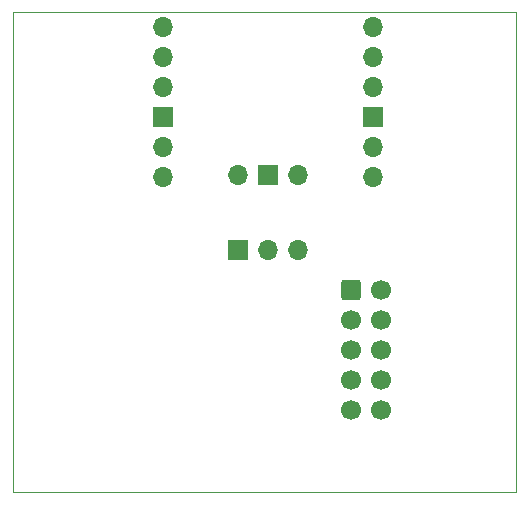
<source format=gbr>
%TF.GenerationSoftware,KiCad,Pcbnew,(6.0.8)*%
%TF.CreationDate,2022-10-05T13:18:44+02:00*%
%TF.ProjectId,Pico_Interface,5069636f-5f49-46e7-9465-72666163652e,rev?*%
%TF.SameCoordinates,Original*%
%TF.FileFunction,Soldermask,Bot*%
%TF.FilePolarity,Negative*%
%FSLAX46Y46*%
G04 Gerber Fmt 4.6, Leading zero omitted, Abs format (unit mm)*
G04 Created by KiCad (PCBNEW (6.0.8)) date 2022-10-05 13:18:44*
%MOMM*%
%LPD*%
G01*
G04 APERTURE LIST*
G04 Aperture macros list*
%AMRoundRect*
0 Rectangle with rounded corners*
0 $1 Rounding radius*
0 $2 $3 $4 $5 $6 $7 $8 $9 X,Y pos of 4 corners*
0 Add a 4 corners polygon primitive as box body*
4,1,4,$2,$3,$4,$5,$6,$7,$8,$9,$2,$3,0*
0 Add four circle primitives for the rounded corners*
1,1,$1+$1,$2,$3*
1,1,$1+$1,$4,$5*
1,1,$1+$1,$6,$7*
1,1,$1+$1,$8,$9*
0 Add four rect primitives between the rounded corners*
20,1,$1+$1,$2,$3,$4,$5,0*
20,1,$1+$1,$4,$5,$6,$7,0*
20,1,$1+$1,$6,$7,$8,$9,0*
20,1,$1+$1,$8,$9,$2,$3,0*%
G04 Aperture macros list end*
%TA.AperFunction,Profile*%
%ADD10C,0.100000*%
%TD*%
%ADD11O,1.700000X1.700000*%
%ADD12R,1.700000X1.700000*%
%ADD13C,1.700000*%
%ADD14RoundRect,0.250000X-0.600000X-0.600000X0.600000X-0.600000X0.600000X0.600000X-0.600000X0.600000X0*%
G04 APERTURE END LIST*
D10*
X85090000Y-106680000D02*
X127635000Y-106680000D01*
X127635000Y-106680000D02*
X127635000Y-147320000D01*
X127635000Y-147320000D02*
X85090000Y-147320000D01*
X85090000Y-147320000D02*
X85090000Y-106680000D01*
D11*
%TO.C,U1*%
X97790000Y-107950000D03*
X97790000Y-110490000D03*
X97790000Y-113030000D03*
D12*
X97790000Y-115570000D03*
D11*
X97790000Y-118110000D03*
X97790000Y-120650000D03*
X115570000Y-120650000D03*
X115570000Y-118110000D03*
D12*
X115570000Y-115570000D03*
D11*
X115570000Y-113030000D03*
X115570000Y-110490000D03*
X115570000Y-107950000D03*
X104140000Y-120420000D03*
D12*
X106680000Y-120420000D03*
D11*
X109220000Y-120420000D03*
%TD*%
D12*
%TO.C,J2*%
X104140000Y-126796800D03*
D11*
X106680000Y-126796800D03*
X109220000Y-126796800D03*
%TD*%
D13*
%TO.C,J1*%
X116222500Y-140335000D03*
X113682500Y-140335000D03*
X116222500Y-137795000D03*
X113682500Y-137795000D03*
X116222500Y-135255000D03*
X113682500Y-135255000D03*
X116222500Y-132715000D03*
X113682500Y-132715000D03*
X116222500Y-130175000D03*
D14*
X113682500Y-130175000D03*
%TD*%
M02*

</source>
